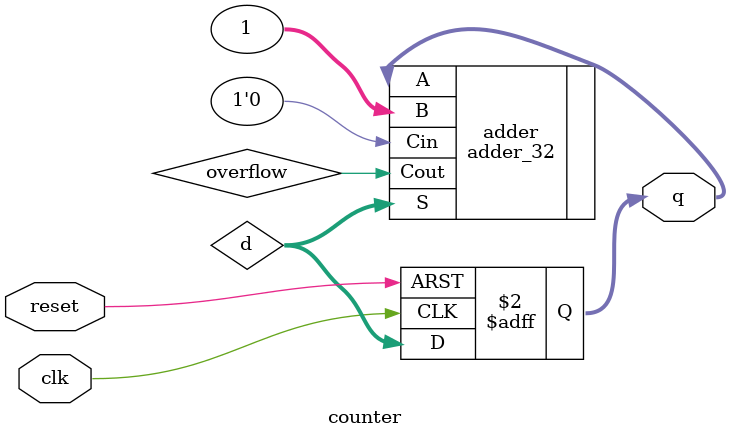
<source format=v>
module counter (clk, reset, q);
  input      clk;
  input      reset;

  output[31:0]     q;

  reg[31:0]        q;
  
  wire[31:0]      d;
  
  wire overflow;
  
  adder_32 adder( .A(q), .B(32'b1), .Cin(1'b0), .S(d), .Cout(overflow) );
  
  always @(posedge clk or posedge reset)
  begin
    if (reset) begin
      // Asynchronous reset when reset goes high
      q <= 32'b0;
    end else begin
      // Assign D to Q on positive clock edge
      q <= d;
    end
  end
endmodule

`include "adder_32.v"
</source>
